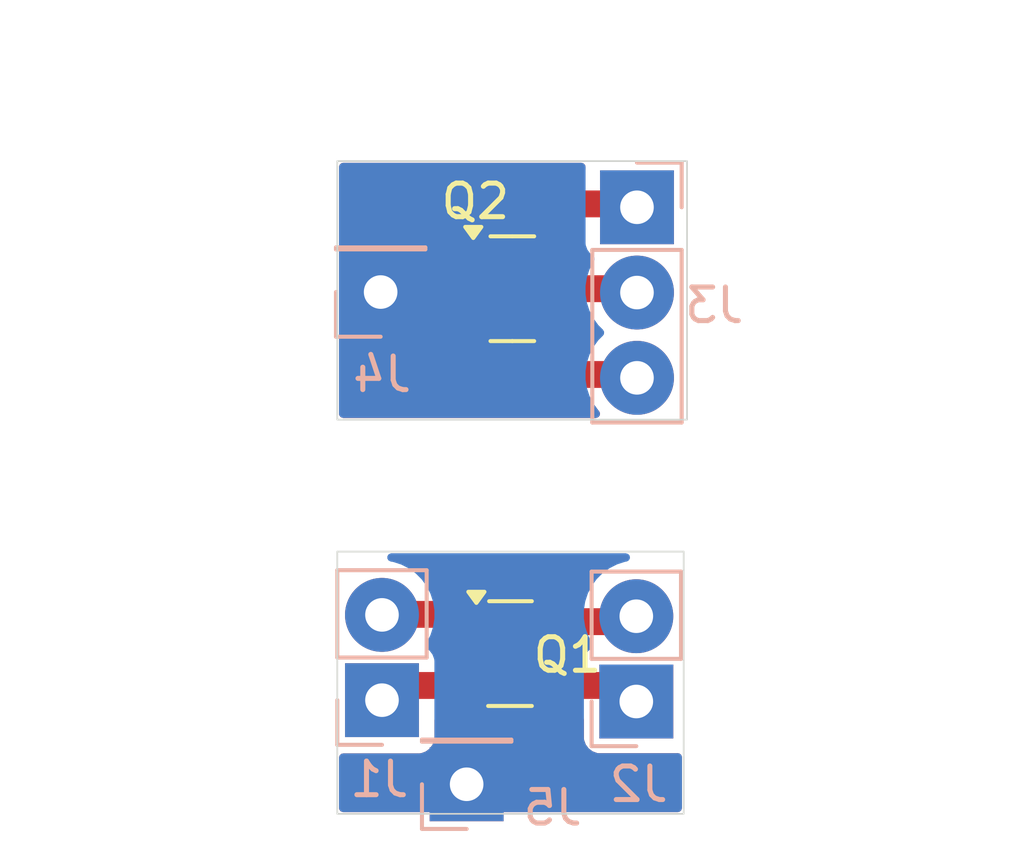
<source format=kicad_pcb>
(kicad_pcb (version 20241229) (generator "pcbnew") (generator_version "9.0")
  (layers (0 "F.Cu" signal) (2 "B.Cu" signal) (13 "F.Paste" user) (15 "B.Paste" user) (5 "F.SilkS" user "F.Silkscreen") (7 "B.SilkS" user "B.Silkscreen") (1 "F.Mask" user) (3 "B.Mask" user) (25 "Edge.Cuts" user))
  (net 0 "")
  (net 1 "Net-(J1-Pin_1)")
  (net 2 "Net-(J1-Pin_2)")
  (net 3 "Net-(J2-Pin_1)")
  (net 4 "Net-(J2-Pin_2)")
  (net 5 "Net-(J3-Pin_3)")
  (net 6 "Net-(J3-Pin_1)")
  (net 7 "Net-(J3-Pin_2)")
  (net 8 "GND")
  (footprint "Package_TO_SOT_SMD:SOT-143" (layer "F.Cu") (at 127.73 96.9675)
    (property "Reference" "Q1" (at 1.71 0.0425 0) (layer "F.SilkS"))
    (property "Value" "BF994S")
    (fp_line (start -0.65 1.56) (end 0.65 1.56) (stroke (width 0.12)) (layer "F.SilkS"))
    (fp_line (start 0.65 -1.56) (end -0.62 -1.56) (stroke (width 0.12)) (layer "F.SilkS"))
    (fp_poly (pts (xy -1 -1.51) (xy -1.24 -1.84) (xy -0.76 -1.84) (xy -1 -1.51)) (stroke (width 0.12)) (fill yes) (layer "F.SilkS"))
    (pad "1" smd roundrect (at -1 -0.75) (size 0.7 1) (layers "F.Cu" "F.Mask" "F.Paste") (net 2 "Net-(J1-Pin_2)"))
    (pad "2" smd roundrect (at -1 0.95) (size 0.7 0.6) (layers "F.Cu" "F.Mask" "F.Paste") (net 1 "Net-(J1-Pin_1)"))
    (pad "3" smd roundrect (at 1 0.95) (size 0.7 0.6) (layers "F.Cu" "F.Mask" "F.Paste") (net 3 "Net-(J2-Pin_1)"))
    (pad "4" smd roundrect (at 1 -0.95) (size 0.7 0.6) (layers "F.Cu" "F.Mask" "F.Paste") (net 4 "Net-(J2-Pin_2)"))
  )
  (footprint "Package_TO_SOT_SMD:SOT-23" (layer "F.Cu") (at 127.8 86.1)
    (property "Reference" "Q2" (at -1.1 -2.6 0) (layer "F.SilkS"))
    (property "Value" "BFR92")
    (fp_line (start 0 -1.56) (end -0.65 -1.56) (stroke (width 0.12)) (layer "F.SilkS"))
    (fp_line (start 0 -1.56) (end 0.65 -1.56) (stroke (width 0.12)) (layer "F.SilkS"))
    (fp_line (start 0 1.56) (end -0.65 1.56) (stroke (width 0.12)) (layer "F.SilkS"))
    (fp_line (start 0 1.56) (end 0.65 1.56) (stroke (width 0.12)) (layer "F.SilkS"))
    (fp_poly (pts (xy -1.1625 -1.51) (xy -1.4025 -1.84) (xy -0.9225 -1.84) (xy -1.1625 -1.51)) (stroke (width 0.12)) (fill yes) (layer "F.SilkS"))
    (pad "1" smd roundrect (at -0.9375 -0.95) (size 1.475 0.6) (layers "F.Cu" "F.Mask" "F.Paste") (net 6 "Net-(J3-Pin_1)"))
    (pad "2" smd roundrect (at -0.9375 0.95) (size 1.475 0.6) (layers "F.Cu" "F.Mask" "F.Paste") (net 5 "Net-(J3-Pin_3)"))
    (pad "3" smd roundrect (at 0.9375 0) (size 1.475 0.6) (layers "F.Cu" "F.Mask" "F.Paste") (net 7 "Net-(J3-Pin_2)"))
  )
  (footprint "Connector_PinHeader_2.54mm:PinHeader_1x01_P2.54mm_Vertical" (layer "B.Cu") (at 123.88 86.2)
    (property "Reference" "J4" (at 0.04 2.45 180) (layer "B.SilkS") (effects (justify mirror)))
    (property "Value" "Conn_01x01")
    (fp_line (start -1.33 -1.33) (end 1.33 -1.33) (stroke (width 0.12)) (layer "B.SilkS"))
    (fp_line (start -1.33 -1.27) (end -1.33 -1.33) (stroke (width 0.12)) (layer "B.SilkS"))
    (fp_line (start -1.33 -1.27) (end 1.33 -1.27) (stroke (width 0.12)) (layer "B.SilkS"))
    (fp_line (start -1.33 0) (end -1.33 1.33) (stroke (width 0.12)) (layer "B.SilkS"))
    (fp_line (start -1.33 1.33) (end 0 1.33) (stroke (width 0.12)) (layer "B.SilkS"))
    (fp_line (start 1.33 -1.27) (end 1.33 -1.33) (stroke (width 0.12)) (layer "B.SilkS"))
    (pad "1" thru_hole rect (at 0 0) (size 2.2 2.2) (drill 1) (layers "*.Cu" "*.Mask") (net 8 "GND"))
  )
  (footprint "Connector_PinHeader_2.54mm:PinHeader_1x02_P2.54mm_Vertical" (layer "B.Cu") (at 131.49 98.395)
    (property "Reference" "J2" (at 0.07 2.465 0) (layer "B.SilkS") (effects (justify mirror)))
    (property "Value" "Conn_01x02")
    (fp_line (start -1.33 -3.87) (end 1.33 -3.87) (stroke (width 0.12)) (layer "B.SilkS"))
    (fp_line (start -1.33 -1.27) (end -1.33 -3.87) (stroke (width 0.12)) (layer "B.SilkS"))
    (fp_line (start -1.33 -1.27) (end 1.33 -1.27) (stroke (width 0.12)) (layer "B.SilkS"))
    (fp_line (start -1.33 0) (end -1.33 1.33) (stroke (width 0.12)) (layer "B.SilkS"))
    (fp_line (start -1.33 1.33) (end 0 1.33) (stroke (width 0.12)) (layer "B.SilkS"))
    (fp_line (start 1.33 -1.27) (end 1.33 -3.87) (stroke (width 0.12)) (layer "B.SilkS"))
    (pad "1" thru_hole rect (at 0 0) (size 2.2 2.2) (drill 1) (layers "*.Cu" "*.Mask") (net 3 "Net-(J2-Pin_1)"))
    (pad "2" thru_hole oval (at 0 -2.54) (size 2.2 2.2) (drill 1) (layers "*.Cu" "*.Mask") (net 4 "Net-(J2-Pin_2)"))
  )
  (footprint "Connector_PinHeader_2.54mm:PinHeader_1x01_P2.54mm_Vertical" (layer "B.Cu") (at 126.44 100.86)
    (property "Reference" "J5" (at 2.56 0.7 180) (layer "B.SilkS") (effects (justify mirror)))
    (property "Value" "Conn_01x01")
    (fp_line (start -1.33 -1.33) (end 1.33 -1.33) (stroke (width 0.12)) (layer "B.SilkS"))
    (fp_line (start -1.33 -1.27) (end -1.33 -1.33) (stroke (width 0.12)) (layer "B.SilkS"))
    (fp_line (start -1.33 -1.27) (end 1.33 -1.27) (stroke (width 0.12)) (layer "B.SilkS"))
    (fp_line (start -1.33 0) (end -1.33 1.33) (stroke (width 0.12)) (layer "B.SilkS"))
    (fp_line (start -1.33 1.33) (end 0 1.33) (stroke (width 0.12)) (layer "B.SilkS"))
    (fp_line (start 1.33 -1.27) (end 1.33 -1.33) (stroke (width 0.12)) (layer "B.SilkS"))
    (pad "1" thru_hole rect (at 0 0) (size 2.2 2.2) (drill 1) (layers "*.Cu" "*.Mask") (net 8 "GND"))
  )
  (footprint "Connector_PinHeader_2.54mm:PinHeader_1x03_P2.54mm_Vertical" (layer "B.Cu") (at 131.51 83.675 180)
    (property "Reference" "J3" (at -2.3 -2.92 0) (layer "B.SilkS") (effects (justify mirror)))
    (property "Value" "Conn_01x03")
    (fp_line (start 1.33 -1.27) (end 1.33 -6.41) (stroke (width 0.12)) (layer "B.SilkS"))
    (fp_line (start -1.33 1.33) (end 0 1.33) (stroke (width 0.12)) (layer "B.SilkS"))
    (fp_line (start -1.33 0) (end -1.33 1.33) (stroke (width 0.12)) (layer "B.SilkS"))
    (fp_line (start -1.33 -1.27) (end 1.33 -1.27) (stroke (width 0.12)) (layer "B.SilkS"))
    (fp_line (start -1.33 -1.27) (end -1.33 -6.41) (stroke (width 0.12)) (layer "B.SilkS"))
    (fp_line (start -1.33 -6.41) (end 1.33 -6.41) (stroke (width 0.12)) (layer "B.SilkS"))
    (pad "1" thru_hole rect (at 0 0 180) (size 2.2 2.2) (drill 1) (layers "*.Cu" "*.Mask") (net 6 "Net-(J3-Pin_1)"))
    (pad "2" thru_hole oval (at 0 -2.54 180) (size 2.2 2.2) (drill 1) (layers "*.Cu" "*.Mask") (net 7 "Net-(J3-Pin_2)"))
    (pad "3" thru_hole oval (at 0 -5.08 180) (size 2.2 2.2) (drill 1) (layers "*.Cu" "*.Mask") (net 5 "Net-(J3-Pin_3)"))
  )
  (footprint "Connector_PinHeader_2.54mm:PinHeader_1x02_P2.54mm_Vertical" (layer "B.Cu") (at 123.92 98.355)
    (property "Reference" "J1" (at -0.08 2.36 0) (layer "B.SilkS") (effects (justify mirror)))
    (property "Value" "Conn_01x02")
    (fp_line (start -1.33 -3.87) (end 1.33 -3.87) (stroke (width 0.12)) (layer "B.SilkS"))
    (fp_line (start -1.33 -1.27) (end -1.33 -3.87) (stroke (width 0.12)) (layer "B.SilkS"))
    (fp_line (start -1.33 -1.27) (end 1.33 -1.27) (stroke (width 0.12)) (layer "B.SilkS"))
    (fp_line (start -1.33 0) (end -1.33 1.33) (stroke (width 0.12)) (layer "B.SilkS"))
    (fp_line (start -1.33 1.33) (end 0 1.33) (stroke (width 0.12)) (layer "B.SilkS"))
    (fp_line (start 1.33 -1.27) (end 1.33 -3.87) (stroke (width 0.12)) (layer "B.SilkS"))
    (pad "1" thru_hole rect (at 0 0) (size 2.2 2.2) (drill 1) (layers "*.Cu" "*.Mask") (net 1 "Net-(J1-Pin_1)"))
    (pad "2" thru_hole oval (at 0 -2.54) (size 2.2 2.2) (drill 1) (layers "*.Cu" "*.Mask") (net 2 "Net-(J1-Pin_2)"))
  )
  (gr_rect (start 122.59 82.3) (end 133 90) (stroke (width 0.05)) (fill no) (layer "Edge.Cuts"))
  (gr_rect (start 122.59 93.93) (end 132.9 101.74) (stroke (width 0.05)) (fill no) (layer "Edge.Cuts"))
  (segment (start 126.73 97.9175) (end 124.3025 97.9175) (width 0.8) (layer "F.Cu") (net 1))
  (segment (start 124.3025 97.9175) (end 123.88 98.34) (width 0.8) (layer "F.Cu") (net 1))
  (segment (start 126.3125 95.8) (end 126.73 96.2175) (width 0.8) (layer "F.Cu") (net 2))
  (segment (start 123.88 95.8) (end 126.3125 95.8) (width 0.8) (layer "F.Cu") (net 2))
  (segment (start 128.73 97.9175) (end 131.1575 97.9175) (width 0.8) (layer "F.Cu") (net 3))
  (segment (start 131.1575 97.9175) (end 131.54 98.3) (width 0.8) (layer "F.Cu") (net 3))
  (segment (start 131.2825 96.0175) (end 131.54 95.76) (width 0.8) (layer "F.Cu") (net 4))
  (segment (start 128.73 96.0175) (end 131.2825 96.0175) (width 0.8) (layer "F.Cu") (net 4))
  (segment (start 126.8625 87.05) (end 128.4675 88.655) (width 0.8) (layer "F.Cu") (net 5))
  (segment (start 128.4675 88.655) (end 131.6 88.655) (width 0.8) (layer "F.Cu") (net 5))
  (segment (start 128.4375 83.575) (end 131.6 83.575) (width 0.8) (layer "F.Cu") (net 6))
  (segment (start 126.8625 85.15) (end 128.4375 83.575) (width 0.8) (layer "F.Cu") (net 6))
  (segment (start 131.585 86.1) (end 131.6 86.115) (width 0.8) (layer "F.Cu") (net 7))
  (segment (start 128.7375 86.1) (end 131.585 86.1) (width 0.8) (layer "F.Cu") (net 7))
  (zone (net 8) (net_name "GND") (layers "F.Cu" "B.Cu") (priority 1) (connect_pads yes (clearance 0.5)) (min_thickness 0.25) (fill yes (thermal_gap 0.5) (thermal_bridge_width 0.5))
    (polygon (pts (xy 121.84 93.64) (xy 133.11 93.64) (xy 133.11 101.94) (xy 121.84 101.94)))
  )
  (zone (net 8) (net_name "GND") (layers "F.Cu" "B.Cu") (connect_pads yes (clearance 0.5)) (min_thickness 0.25) (fill yes (thermal_gap 0.5) (thermal_bridge_width 0.5) (smoothing chamfer))
    (polygon (pts (xy 122.23 82) (xy 133.2 82) (xy 133.2 90.16) (xy 122.23 90.16)))
  )
)
</source>
